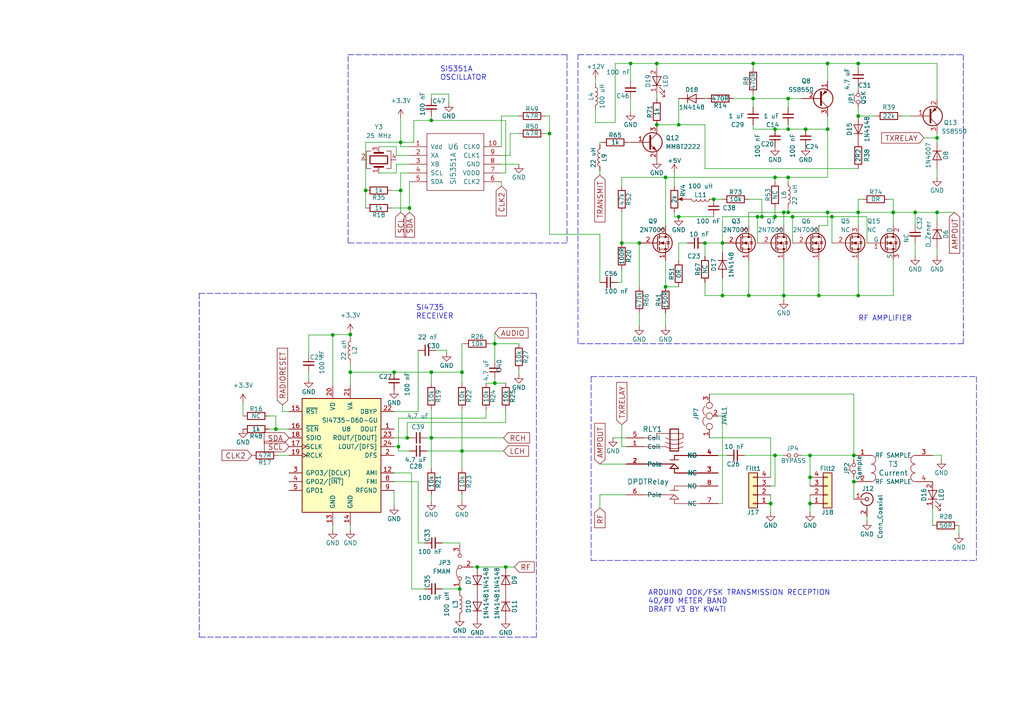
<source format=kicad_sch>
(kicad_sch (version 20211123) (generator eeschema)
  (paper "A4")
  (junction (at 237.49 85.725))
  (junction (at 265.43 61.595))
  (junction (at 133.35 170.815))
  (junction (at 182.88 18.415))
  (junction (at 207.01 57.785))
  (junction (at 196.85 36.195))
  (junction (at 218.44 28.575))
  (junction (at 229.87 62.865))
  (junction (at 209.55 70.485))
  (junction (at 118.11 127))
  (junction (at 143.51 99.695))
  (junction (at 271.78 40.005))
  (junction (at 101.6 97.028))
  (junction (at 114.3 107.95))
  (junction (at 116.205 55.245))
  (junction (at 133.985 107.95))
  (junction (at 248.92 33.655))
  (junction (at 224.79 37.465))
  (junction (at 218.44 18.415))
  (junction (at 204.47 70.485))
  (junction (at 80.01 124.46))
  (junction (at 228.6 51.435))
  (junction (at 96.52 97.155))
  (junction (at 228.6 37.465))
  (junction (at 224.79 51.435))
  (junction (at 138.43 164.465))
  (junction (at 224.79 62.865))
  (junction (at 185.42 70.485))
  (junction (at 227.33 61.595))
  (junction (at 193.04 51.435))
  (junction (at 248.92 18.415))
  (junction (at 115.57 129.54))
  (junction (at 228.6 61.595))
  (junction (at 118.745 60.325))
  (junction (at 190.5 36.195))
  (junction (at 190.5 18.415))
  (junction (at 125.095 107.95))
  (junction (at 259.08 61.595))
  (junction (at 133.985 130.81))
  (junction (at 227.33 85.725))
  (junction (at 219.71 62.865))
  (junction (at 247.65 139.7))
  (junction (at 240.03 61.595))
  (junction (at 247.65 132.08))
  (junction (at 240.03 18.415))
  (junction (at 159.385 38.735))
  (junction (at 125.095 127))
  (junction (at 220.98 62.865))
  (junction (at 234.95 132.08))
  (junction (at 240.03 37.465))
  (junction (at 196.85 62.865))
  (junction (at 271.78 61.595))
  (junction (at 125.095 34.925))
  (junction (at 146.685 164.465))
  (junction (at 209.55 85.725))
  (junction (at 234.95 146.05))
  (junction (at 217.17 85.725))
  (junction (at 233.68 37.465))
  (junction (at 116.205 41.275))
  (junction (at 234.95 138.43))
  (junction (at 106.045 55.245))
  (junction (at 228.6 28.575))
  (junction (at 143.51 111.125))
  (junction (at 223.52 146.05))
  (junction (at 101.6 107.95))
  (junction (at 180.34 70.485))
  (junction (at 248.92 61.595))
  (junction (at 193.04 83.185))
  (junction (at 224.79 132.08))
  (junction (at 241.3 62.865))
  (junction (at 248.92 85.725))
  (wire (pts (xy 248.92 57.785) (xy 248.92 61.595)))
  (wire (pts (xy 190.5 27.305) (xy 190.5 28.575)))
  (wire (pts (xy 195.58 61.595) (xy 195.58 62.865)))
  (wire (pts (xy 267.97 40.005) (xy 271.78 40.005)))
  (wire (pts (xy 101.6 96.52) (xy 101.6 97.028)))
  (wire (pts (xy 133.985 107.95) (xy 125.095 107.95)))
  (wire (pts (xy 114.3 129.54) (xy 115.57 129.54)))
  (wire (pts (xy 119.38 170.815) (xy 123.19 170.815)))
  (wire (pts (xy 96.52 97.155) (xy 96.52 97.028)))
  (wire (pts (xy 114.3 142.24) (xy 114.3 146.685)))
  (wire (pts (xy 227.33 85.725) (xy 237.49 85.725)))
  (wire (pts (xy 120.015 34.925) (xy 125.095 34.925)))
  (wire (pts (xy 140.97 111.125) (xy 143.51 111.125)))
  (wire (pts (xy 240.03 61.595) (xy 240.03 65.405)))
  (wire (pts (xy 116.205 50.165) (xy 118.745 50.165)))
  (wire (pts (xy 259.08 61.595) (xy 265.43 61.595)))
  (wire (pts (xy 70.485 116.84) (xy 70.485 120.65)))
  (wire (pts (xy 133.985 118.745) (xy 133.985 130.81)))
  (wire (pts (xy 217.17 61.595) (xy 227.33 61.595)))
  (polyline (pts (xy 100.965 70.485) (xy 100.965 15.875)))
  (wire (pts (xy 234.95 138.43) (xy 234.95 140.97)))
  (wire (pts (xy 278.13 154.94) (xy 278.13 152.4)))
  (wire (pts (xy 180.34 61.595) (xy 180.34 70.485)))
  (wire (pts (xy 220.98 57.785) (xy 217.17 57.785)))
  (wire (pts (xy 228.6 36.195) (xy 228.6 37.465)))
  (wire (pts (xy 180.34 129.54) (xy 181.61 129.54)))
  (wire (pts (xy 182.245 41.275) (xy 182.88 41.275)))
  (wire (pts (xy 223.52 140.97) (xy 224.79 140.97)))
  (wire (pts (xy 114.3 107.95) (xy 125.095 107.95)))
  (wire (pts (xy 209.55 70.485) (xy 209.55 73.025)))
  (wire (pts (xy 228.6 51.435) (xy 228.6 52.705)))
  (wire (pts (xy 248.92 24.765) (xy 248.92 26.035)))
  (wire (pts (xy 159.385 33.655) (xy 159.385 38.735)))
  (wire (pts (xy 130.175 27.305) (xy 125.095 27.305)))
  (wire (pts (xy 196.85 75.565) (xy 196.85 70.485)))
  (wire (pts (xy 248.92 33.655) (xy 254 33.655)))
  (wire (pts (xy 173.99 143.51) (xy 181.61 143.51)))
  (wire (pts (xy 89.535 102.87) (xy 89.535 97.155)))
  (wire (pts (xy 209.55 62.865) (xy 209.55 70.485)))
  (wire (pts (xy 80.01 124.46) (xy 83.82 124.46)))
  (wire (pts (xy 241.3 62.865) (xy 241.3 70.485)))
  (wire (pts (xy 125.095 127) (xy 125.095 135.89)))
  (wire (pts (xy 220.98 62.865) (xy 220.98 57.785)))
  (wire (pts (xy 240.03 65.405) (xy 237.49 65.405)))
  (wire (pts (xy 217.17 85.725) (xy 227.33 85.725)))
  (polyline (pts (xy 171.45 162.56) (xy 283.21 162.56)))
  (polyline (pts (xy 100.965 15.875) (xy 164.465 15.875)))
  (wire (pts (xy 172.72 22.86) (xy 172.72 24.13)))
  (wire (pts (xy 129.54 102.235) (xy 129.54 101.6)))
  (wire (pts (xy 185.42 70.485) (xy 185.42 83.185)))
  (wire (pts (xy 140.97 121.285) (xy 140.97 118.745)))
  (wire (pts (xy 146.685 50.165) (xy 145.415 50.165)))
  (wire (pts (xy 180.34 123.19) (xy 180.34 129.54)))
  (wire (pts (xy 180.34 78.105) (xy 180.34 81.915)))
  (wire (pts (xy 224.79 60.325) (xy 224.79 62.865)))
  (wire (pts (xy 247.65 139.7) (xy 247.65 144.78)))
  (wire (pts (xy 89.535 107.95) (xy 89.535 109.855)))
  (wire (pts (xy 182.88 28.575) (xy 182.88 32.385)))
  (wire (pts (xy 130.175 29.845) (xy 130.175 27.305)))
  (wire (pts (xy 147.955 38.735) (xy 147.955 45.085)))
  (wire (pts (xy 224.79 37.465) (xy 228.6 37.465)))
  (wire (pts (xy 180.34 51.435) (xy 180.34 53.975)))
  (wire (pts (xy 247.65 114.3) (xy 247.65 132.08)))
  (wire (pts (xy 106.045 41.275) (xy 116.205 41.275)))
  (wire (pts (xy 133.985 143.51) (xy 133.985 145.415)))
  (wire (pts (xy 118.11 122.555) (xy 146.685 122.555)))
  (wire (pts (xy 224.79 132.08) (xy 227.33 132.08)))
  (wire (pts (xy 123.19 157.48) (xy 121.285 157.48)))
  (wire (pts (xy 116.205 34.29) (xy 116.205 41.275)))
  (wire (pts (xy 146.05 130.81) (xy 133.985 130.81)))
  (wire (pts (xy 89.535 97.155) (xy 96.52 97.155)))
  (wire (pts (xy 180.34 81.915) (xy 179.07 81.915)))
  (wire (pts (xy 133.985 107.95) (xy 133.985 99.695)))
  (wire (pts (xy 234.95 132.08) (xy 234.95 138.43)))
  (wire (pts (xy 208.28 132.08) (xy 210.82 132.08)))
  (wire (pts (xy 251.46 62.865) (xy 251.46 70.485)))
  (wire (pts (xy 196.85 70.485) (xy 199.39 70.485)))
  (wire (pts (xy 145.415 45.085) (xy 147.955 45.085)))
  (wire (pts (xy 271.78 38.735) (xy 271.78 40.005)))
  (wire (pts (xy 205.74 127) (xy 223.52 127)))
  (polyline (pts (xy 164.465 70.485) (xy 100.965 70.485)))
  (wire (pts (xy 190.5 18.415) (xy 190.5 19.685)))
  (polyline (pts (xy 171.45 109.22) (xy 171.45 162.56)))
  (wire (pts (xy 271.78 18.415) (xy 271.78 28.575)))
  (wire (pts (xy 271.78 64.135) (xy 271.78 61.595)))
  (wire (pts (xy 219.71 62.865) (xy 220.98 62.865)))
  (wire (pts (xy 204.47 85.725) (xy 209.55 85.725)))
  (wire (pts (xy 150.495 47.625) (xy 145.415 47.625)))
  (wire (pts (xy 248.92 18.415) (xy 271.78 18.415)))
  (wire (pts (xy 212.725 28.575) (xy 218.44 28.575)))
  (polyline (pts (xy 155.575 85.09) (xy 155.575 184.785)))
  (wire (pts (xy 241.3 62.865) (xy 251.46 62.865)))
  (polyline (pts (xy 57.785 85.09) (xy 155.575 85.09)))
  (wire (pts (xy 121.285 139.7) (xy 114.3 139.7)))
  (wire (pts (xy 114.935 50.165) (xy 109.855 50.165)))
  (wire (pts (xy 223.52 127) (xy 223.52 138.43)))
  (wire (pts (xy 145.415 52.705) (xy 145.415 53.975)))
  (wire (pts (xy 125.095 118.745) (xy 125.095 127)))
  (wire (pts (xy 96.52 111.76) (xy 96.52 97.155)))
  (wire (pts (xy 271.78 48.895) (xy 271.78 51.435)))
  (wire (pts (xy 205.105 28.575) (xy 204.47 28.575)))
  (wire (pts (xy 133.985 99.695) (xy 134.62 99.695)))
  (wire (pts (xy 173.99 67.945) (xy 173.99 81.915)))
  (wire (pts (xy 173.99 134.62) (xy 181.61 134.62)))
  (wire (pts (xy 228.6 51.435) (xy 240.03 51.435)))
  (wire (pts (xy 193.04 94.615) (xy 193.04 90.805)))
  (wire (pts (xy 114.3 127) (xy 118.11 127)))
  (wire (pts (xy 271.78 74.295) (xy 271.78 71.755)))
  (wire (pts (xy 270.51 147.32) (xy 270.51 152.4)))
  (wire (pts (xy 195.58 62.865) (xy 196.85 62.865)))
  (wire (pts (xy 224.79 140.97) (xy 224.79 132.08)))
  (wire (pts (xy 133.985 130.81) (xy 133.985 135.89)))
  (wire (pts (xy 209.55 120.65) (xy 209.55 146.05)))
  (wire (pts (xy 218.44 18.415) (xy 240.03 18.415)))
  (wire (pts (xy 218.44 37.465) (xy 218.44 36.195)))
  (wire (pts (xy 118.11 127) (xy 118.745 127)))
  (wire (pts (xy 80.01 120.65) (xy 80.01 124.46)))
  (wire (pts (xy 215.9 132.08) (xy 224.79 132.08)))
  (wire (pts (xy 228.6 37.465) (xy 233.68 37.465)))
  (wire (pts (xy 193.04 83.185) (xy 196.85 83.185)))
  (wire (pts (xy 150.495 107.315) (xy 150.495 108.585)))
  (wire (pts (xy 195.58 50.165) (xy 195.58 53.975)))
  (wire (pts (xy 196.85 28.575) (xy 196.85 36.195)))
  (wire (pts (xy 118.745 47.625) (xy 114.935 47.625)))
  (wire (pts (xy 271.78 61.595) (xy 276.86 61.595)))
  (wire (pts (xy 228.6 28.575) (xy 232.41 28.575)))
  (wire (pts (xy 182.88 18.415) (xy 182.88 23.495)))
  (wire (pts (xy 116.205 50.165) (xy 116.205 55.245)))
  (wire (pts (xy 204.47 74.295) (xy 204.47 70.485)))
  (wire (pts (xy 223.52 143.51) (xy 223.52 146.05)))
  (wire (pts (xy 248.92 75.565) (xy 248.92 85.725)))
  (wire (pts (xy 172.72 31.75) (xy 172.72 35.56)))
  (wire (pts (xy 223.52 146.05) (xy 223.52 148.59)))
  (wire (pts (xy 248.92 61.595) (xy 248.92 65.405)))
  (wire (pts (xy 128.27 170.815) (xy 133.35 170.815)))
  (wire (pts (xy 120.015 41.275) (xy 120.015 34.925)))
  (wire (pts (xy 106.045 55.245) (xy 106.045 60.325)))
  (wire (pts (xy 116.205 55.245) (xy 113.665 55.245)))
  (wire (pts (xy 118.745 52.705) (xy 118.745 60.325)))
  (polyline (pts (xy 283.21 109.22) (xy 283.21 162.56)))
  (polyline (pts (xy 171.45 109.22) (xy 283.21 109.22)))
  (wire (pts (xy 209.55 85.725) (xy 217.17 85.725)))
  (wire (pts (xy 204.47 48.895) (xy 248.92 48.895)))
  (wire (pts (xy 265.43 61.595) (xy 271.78 61.595)))
  (wire (pts (xy 218.44 18.415) (xy 218.44 19.685)))
  (wire (pts (xy 251.46 151.13) (xy 251.46 149.86)))
  (wire (pts (xy 193.04 83.185) (xy 193.04 75.565)))
  (wire (pts (xy 115.57 129.54) (xy 115.57 121.285)))
  (wire (pts (xy 209.55 80.645) (xy 209.55 85.725)))
  (wire (pts (xy 237.49 85.725) (xy 248.92 85.725)))
  (wire (pts (xy 248.92 61.595) (xy 259.08 61.595)))
  (wire (pts (xy 133.35 157.48) (xy 133.35 158.115)))
  (wire (pts (xy 147.955 38.735) (xy 150.495 38.735)))
  (wire (pts (xy 125.095 143.51) (xy 125.095 145.415)))
  (wire (pts (xy 172.72 35.56) (xy 178.435 35.56)))
  (wire (pts (xy 118.745 60.325) (xy 113.665 60.325)))
  (polyline (pts (xy 164.465 15.875) (xy 164.465 70.485)))
  (wire (pts (xy 264.16 33.655) (xy 261.62 33.655)))
  (wire (pts (xy 81.915 119.38) (xy 83.82 119.38)))
  (wire (pts (xy 137.16 164.465) (xy 138.43 164.465)))
  (wire (pts (xy 228.6 61.595) (xy 240.03 61.595)))
  (polyline (pts (xy 167.64 15.875) (xy 279.4 15.875)))
  (wire (pts (xy 96.52 152.4) (xy 96.52 153.67)))
  (wire (pts (xy 114.935 45.085) (xy 114.935 42.545)))
  (wire (pts (xy 125.095 127) (xy 146.05 127)))
  (wire (pts (xy 146.685 34.925) (xy 146.685 50.165)))
  (wire (pts (xy 250.19 57.785) (xy 248.92 57.785)))
  (wire (pts (xy 180.34 70.485) (xy 185.42 70.485)))
  (wire (pts (xy 145.415 33.655) (xy 150.495 33.655)))
  (wire (pts (xy 240.03 51.435) (xy 240.03 37.465)))
  (wire (pts (xy 125.095 107.95) (xy 125.095 111.125)))
  (wire (pts (xy 115.57 121.285) (xy 140.97 121.285)))
  (wire (pts (xy 217.17 65.405) (xy 217.17 61.595)))
  (wire (pts (xy 143.51 99.695) (xy 150.495 99.695)))
  (wire (pts (xy 121.285 157.48) (xy 121.285 139.7)))
  (wire (pts (xy 196.85 62.865) (xy 207.01 62.865)))
  (wire (pts (xy 207.01 57.785) (xy 209.55 57.785)))
  (wire (pts (xy 265.43 74.295) (xy 265.43 70.485)))
  (wire (pts (xy 143.51 96.52) (xy 143.51 99.695)))
  (wire (pts (xy 114.935 47.625) (xy 114.935 50.165)))
  (wire (pts (xy 101.6 97.028) (xy 101.6 97.79)))
  (wire (pts (xy 229.87 62.865) (xy 241.3 62.865)))
  (wire (pts (xy 219.71 70.485) (xy 219.71 62.865)))
  (wire (pts (xy 257.81 57.785) (xy 259.08 57.785)))
  (wire (pts (xy 217.17 75.565) (xy 217.17 85.725)))
  (wire (pts (xy 259.08 61.595) (xy 259.08 65.405)))
  (wire (pts (xy 114.935 42.545) (xy 109.855 42.545)))
  (wire (pts (xy 133.985 111.125) (xy 133.985 107.95)))
  (wire (pts (xy 101.6 107.95) (xy 101.6 111.76)))
  (polyline (pts (xy 57.785 85.09) (xy 57.785 184.785)))
  (wire (pts (xy 218.44 31.115) (xy 218.44 28.575)))
  (wire (pts (xy 220.98 62.865) (xy 224.79 62.865)))
  (wire (pts (xy 173.99 41.91) (xy 173.99 41.275)))
  (polyline (pts (xy 155.575 184.785) (xy 57.785 184.785)))
  (wire (pts (xy 224.79 51.435) (xy 224.79 52.705)))
  (wire (pts (xy 196.85 36.195) (xy 204.47 36.195)))
  (wire (pts (xy 119.38 170.815) (xy 119.38 137.16)))
  (wire (pts (xy 259.08 57.785) (xy 259.08 61.595)))
  (wire (pts (xy 240.03 18.415) (xy 248.92 18.415)))
  (wire (pts (xy 193.04 51.435) (xy 224.79 51.435)))
  (wire (pts (xy 118.745 45.085) (xy 114.935 45.085)))
  (wire (pts (xy 232.41 132.08) (xy 234.95 132.08)))
  (wire (pts (xy 182.88 18.415) (xy 190.5 18.415)))
  (wire (pts (xy 121.285 101.6) (xy 121.285 119.38)))
  (wire (pts (xy 185.42 94.615) (xy 185.42 90.805)))
  (wire (pts (xy 190.5 36.195) (xy 196.85 36.195)))
  (wire (pts (xy 116.205 42.545) (xy 118.745 42.545)))
  (wire (pts (xy 218.44 28.575) (xy 228.6 28.575)))
  (wire (pts (xy 145.415 42.545) (xy 145.415 33.655)))
  (wire (pts (xy 119.38 137.16) (xy 114.3 137.16)))
  (wire (pts (xy 224.79 51.435) (xy 228.6 51.435)))
  (wire (pts (xy 205.74 114.3) (xy 247.65 114.3)))
  (wire (pts (xy 204.47 36.195) (xy 204.47 48.895)))
  (wire (pts (xy 209.55 146.05) (xy 208.28 146.05)))
  (wire (pts (xy 240.03 61.595) (xy 248.92 61.595)))
  (wire (pts (xy 227.33 65.405) (xy 227.33 61.595)))
  (wire (pts (xy 240.03 18.415) (xy 240.03 23.495)))
  (wire (pts (xy 224.79 37.465) (xy 218.44 37.465)))
  (wire (pts (xy 265.43 65.405) (xy 265.43 61.595)))
  (wire (pts (xy 273.05 132.08) (xy 270.51 132.08)))
  (wire (pts (xy 228.6 28.575) (xy 228.6 31.115)))
  (wire (pts (xy 81.915 117.475) (xy 81.915 119.38)))
  (wire (pts (xy 173.99 143.51) (xy 173.99 147.32)))
  (wire (pts (xy 106.045 41.275) (xy 106.045 55.245)))
  (wire (pts (xy 233.68 37.465) (xy 240.03 37.465)))
  (wire (pts (xy 234.95 132.08) (xy 247.65 132.08)))
  (wire (pts (xy 125.095 34.925) (xy 146.685 34.925)))
  (wire (pts (xy 101.6 105.41) (xy 101.6 107.95)))
  (wire (pts (xy 115.57 130.81) (xy 115.57 129.54)))
  (wire (pts (xy 80.645 132.08) (xy 83.82 132.08)))
  (wire (pts (xy 96.52 97.028) (xy 101.6 97.028)))
  (wire (pts (xy 218.44 27.305) (xy 218.44 28.575)))
  (polyline (pts (xy 167.64 99.695) (xy 167.64 15.875)))
  (wire (pts (xy 123.825 130.81) (xy 133.985 130.81)))
  (wire (pts (xy 78.105 120.65) (xy 80.01 120.65)))
  (wire (pts (xy 247.65 132.08) (xy 247.65 133.35)))
  (wire (pts (xy 271.78 40.005) (xy 271.78 41.275)))
  (wire (pts (xy 209.55 62.865) (xy 219.71 62.865)))
  (wire (pts (xy 227.33 85.725) (xy 227.33 86.995)))
  (wire (pts (xy 227.33 61.595) (xy 228.6 61.595)))
  (polyline (pts (xy 279.4 15.875) (xy 279.4 99.695)))
  (polyline (pts (xy 279.4 99.695) (xy 167.64 99.695)))
  (wire (pts (xy 273.05 133.35) (xy 273.05 132.08)))
  (wire (pts (xy 158.115 33.655) (xy 159.385 33.655)))
  (wire (pts (xy 123.825 127) (xy 125.095 127)))
  (wire (pts (xy 159.385 38.735) (xy 159.385 67.945)))
  (wire (pts (xy 143.51 99.695) (xy 143.51 104.775)))
  (wire (pts (xy 248.92 31.115) (xy 248.92 33.655)))
  (wire (pts (xy 125.095 27.305) (xy 125.095 28.575)))
  (wire (pts (xy 237.49 75.565) (xy 237.49 85.725)))
  (wire (pts (xy 229.87 62.865) (xy 229.87 70.485)))
  (wire (pts (xy 224.79 62.865) (xy 229.87 62.865)))
  (wire (pts (xy 227.33 75.565) (xy 227.33 85.725)))
  (wire (pts (xy 248.92 19.685) (xy 248.92 18.415)))
  (wire (pts (xy 259.08 85.725) (xy 259.08 75.565)))
  (wire (pts (xy 128.27 157.48) (xy 133.35 157.48)))
  (wire (pts (xy 159.385 67.945) (xy 173.99 67.945)))
  (wire (pts (xy 178.435 35.56) (xy 178.435 18.415)))
  (wire (pts (xy 116.205 41.275) (xy 116.205 42.545)))
  (wire (pts (xy 178.435 18.415) (xy 182.88 18.415)))
  (wire (pts (xy 240.03 37.465) (xy 240.03 33.655)))
  (wire (pts (xy 143.51 109.855) (xy 143.51 111.125)))
  (wire (pts (xy 116.205 41.275) (xy 120.015 41.275)))
  (wire (pts (xy 193.04 51.435) (xy 193.04 65.405)))
  (wire (pts (xy 129.54 101.6) (xy 126.365 101.6)))
  (wire (pts (xy 101.6 107.95) (xy 114.3 107.95)))
  (wire (pts (xy 116.205 55.245) (xy 116.205 61.595)))
  (wire (pts (xy 146.685 164.465) (xy 149.225 164.465)))
  (wire (pts (xy 180.34 51.435) (xy 193.04 51.435)))
  (wire (pts (xy 173.99 49.53) (xy 173.99 50.8)))
  (wire (pts (xy 78.105 124.46) (xy 80.01 124.46)))
  (wire (pts (xy 118.11 127) (xy 118.11 122.555)))
  (wire (pts (xy 209.55 120.65) (xy 208.28 120.65)))
  (wire (pts (xy 142.24 99.695) (xy 143.51 99.695)))
  (wire (pts (xy 248.92 85.725) (xy 259.08 85.725)))
  (wire (pts (xy 204.47 70.485) (xy 209.55 70.485)))
  (wire (pts (xy 118.745 60.325) (xy 118.745 61.595)))
  (wire (pts (xy 234.95 143.51) (xy 234.95 146.05)))
  (wire (pts (xy 181.61 127) (xy 177.8 127)))
  (wire (pts (xy 228.6 60.325) (xy 228.6 61.595)))
  (wire (pts (xy 101.6 152.4) (xy 101.6 153.67)))
  (wire (pts (xy 159.385 38.735) (xy 158.115 38.735)))
  (wire (pts (xy 118.745 130.81) (xy 115.57 130.81)))
  (wire (pts (xy 125.095 34.925) (xy 125.095 33.655)))
  (wire (pts (xy 204.47 81.915) (xy 204.47 85.725)))
  (wire (pts (xy 234.95 146.05) (xy 234.95 148.59)))
  (wire (pts (xy 146.685 122.555) (xy 146.685 118.745)))
  (wire (pts (xy 138.43 164.465) (xy 146.685 164.465)))
  (wire (pts (xy 114.3 119.38) (xy 121.285 119.38)))
  (wire (pts (xy 173.99 41.275) (xy 174.625 41.275)))
  (wire (pts (xy 190.5 18.415) (xy 218.44 18.415)))
  (wire (pts (xy 247.65 138.43) (xy 247.65 139.7)))
  (wire (pts (xy 133.35 170.815) (xy 133.35 171.45)))
  (wire (pts (xy 143.51 111.125) (xy 146.685 111.125)))
  (text "SI4735\nRECEIVER" (at 120.65 92.71 0) (effects (font (size 1.524 1.524)) (justify left bottom)))
  (text "ARDUINO OOK/FSK TRANSMISSION RECEPTION\n40/80 METER BAND\nDRAFT V3 BY KW4TI" (at 187.96 177.8 0) (effects (font (size 1.524 1.524)) (justify left bottom)))
  (text "SI5351A\nOSCILLATOR" (at 127.635 23.495 0) (effects (font (size 1.524 1.524)) (justify left bottom)))
  (text "RF AMPLIFIER" (at 248.92 93.345 0) (effects (font (size 1.524 1.524)) (justify left bottom)))
  (global_label "AMPOUT" (shape input) (at 173.99 134.62 90) (effects (font (size 1.524 1.524))) (property "Intersheet References" "${INTERSHEET_REFS}" (effects hide)))
  (global_label "RF" (shape input) (at 149.225 164.465 0) (effects (font (size 1.524 1.524))) (property "Intersheet References" "${INTERSHEET_REFS}" (effects hide)))
  (global_label "TXRELAY" (shape input) (at 180.34 123.19 90) (effects (font (size 1.524 1.524))) (property "Intersheet References" "${INTERSHEET_REFS}" (effects hide)))
  (global_label "CLK2" (shape input) (at 145.415 53.975 270) (effects (font (size 1.524 1.524))) (property "Intersheet References" "${INTERSHEET_REFS}" (effects hide)))
  (global_label "RF" (shape input) (at 173.99 147.32 270) (effects (font (size 1.524 1.524))) (property "Intersheet References" "${INTERSHEET_REFS}" (effects hide)))
  (global_label "SDA" (shape input) (at 118.745 61.595 270) (effects (font (size 1.524 1.524))) (property "Intersheet References" "${INTERSHEET_REFS}" (effects hide)))
  (global_label "SCL" (shape input) (at 83.82 129.54 180) (effects (font (size 1.524 1.524))) (property "Intersheet References" "${INTERSHEET_REFS}" (effects hide)))
  (global_label "SDA" (shape input) (at 83.82 127 180) (effects (font (size 1.524 1.524))) (property "Intersheet References" "${INTERSHEET_REFS}" (effects hide)))
  (global_label "AUDIO" (shape input) (at 143.51 96.52 0) (effects (font (size 1.524 1.524))) (property "Intersheet References" "${INTERSHEET_REFS}" (effects hide)))
  (global_label "LCH" (shape input) (at 146.05 130.81 0) (effects (font (size 1.524 1.524))) (property "Intersheet References" "${INTERSHEET_REFS}" (effects hide)))
  (global_label "AMPOUT" (shape input) (at 276.86 61.595 270) (effects (font (size 1.524 1.524))) (property "Intersheet References" "${INTERSHEET_REFS}" (effects hide)))
  (global_label "SCL" (shape input) (at 116.205 61.595 270) (effects (font (size 1.524 1.524))) (property "Intersheet References" "${INTERSHEET_REFS}" (effects hide)))
  (global_label "CLK2" (shape input) (at 73.025 132.08 180) (effects (font (size 1.524 1.524))) (property "Intersheet References" "${INTERSHEET_REFS}" (effects hide)))
  (global_label "RCH" (shape input) (at 146.05 127 0) (effects (font (size 1.524 1.524))) (property "Intersheet References" "${INTERSHEET_REFS}" (effects hide)))
  (global_label "RADIORESET" (shape input) (at 81.915 117.475 90) (effects (font (size 1.524 1.524))) (property "Intersheet References" "${INTERSHEET_REFS}" (effects hide)))
  (global_label "TXRELAY" (shape input) (at 267.97 40.005 180) (effects (font (size 1.524 1.524))) (property "Intersheet References" "${INTERSHEET_REFS}" (effects hide)))
  (global_label "TRANSMIT" (shape input) (at 173.99 50.8 270) (effects (font (size 1.524 1.524))) (property "Intersheet References" "${INTERSHEET_REFS}" (effects hide)))
  (symbol (lib_id "LittleDX-rescue:+12V") (at 172.72 22.86 0) (unit 1)
    (property "Reference" "#PWR054" (effects hide))
    (property "Value" "+12V" (at 172.72 19.304 0))
  )
  (symbol (lib_id "LittleDX-rescue:C_Small") (at 224.79 40.005 180) (unit 1)
    (property "Reference" "C20" (at 224.536 41.783 0) (effects (justify left)))
    (property "Value" "100 nF" (at 219.71 38.735 90) (effects (justify left)))
    (property "Footprint" "Capacitor_SMD:C_0805_2012Metric_Pad1.18x1.45mm_HandSolder" (effects hide))
    (property "LCSC" "C49678" (effects hide))
  )
  (symbol (lib_id "LittleDX-rescue:C_Small") (at 201.93 70.485 90) (unit 1)
    (property "Reference" "C23" (at 203.2 74.295 90) (effects (justify left)))
    (property "Value" "10 nF" (at 205.74 67.945 90) (effects (justify left)))
    (property "Footprint" "Capacitor_SMD:C_0805_2012Metric_Pad1.18x1.45mm_HandSolder" (effects hide))
    (property "LCSC" "C1710" (effects hide))
  )
  (symbol (lib_id "LittleDX-rescue:C_Small") (at 213.36 132.08 90) (unit 1)
    (property "Reference" "C26" (at 214.63 134.62 90) (effects (justify left)))
    (property "Value" "10 nF" (at 215.9 129.54 90) (effects (justify left)))
    (property "Footprint" "Capacitor_SMD:C_0805_2012Metric_Pad1.18x1.45mm_HandSolder" (effects hide))
    (property "LCSC" "C1710" (effects hide))
  )
  (symbol (lib_id "LittleDX-rescue:R") (at 218.44 23.495 180) (unit 1)
    (property "Reference" "R8" (at 216.408 23.495 90))
    (property "Value" "470R" (at 218.44 23.495 90))
    (property "Footprint" "Resistor_SMD:R_0805_2012Metric_Pad1.20x1.40mm_HandSolder" (effects hide))
    (property "LCSC" "C17710" (effects hide))
  )
  (symbol (lib_id "LittleDX-rescue:R") (at 208.915 28.575 270) (unit 1)
    (property "Reference" "R14" (at 208.915 30.607 90))
    (property "Value" "470R" (at 208.915 28.575 90))
    (property "Footprint" "Resistor_SMD:R_0805_2012Metric_Pad1.20x1.40mm_HandSolder" (effects hide))
    (property "LCSC" "C17710" (effects hide))
  )
  (symbol (lib_id "LittleDX-rescue:L") (at 228.6 56.515 0) (unit 1)
    (property "Reference" "L6" (at 227.33 56.515 90))
    (property "Value" "22 uH" (at 230.505 56.515 90))
    (property "Footprint" "LittleDX:SmallVerticalToroid" (effects hide))
  )
  (symbol (lib_id "LittleDX-rescue:C_Small") (at 233.68 40.005 180) (unit 1)
    (property "Reference" "C24" (at 237.49 42.545 0) (effects (justify left)))
    (property "Value" "100 nF" (at 229.87 38.735 90) (effects (justify left)))
    (property "Footprint" "Capacitor_SMD:C_0805_2012Metric_Pad1.18x1.45mm_HandSolder" (effects hide))
    (property "LCSC" "C49678" (effects hide))
  )
  (symbol (lib_id "LittleDX-rescue:GND") (at 227.33 86.995 0) (unit 1)
    (property "Reference" "#PWR058" (effects hide))
    (property "Value" "GND" (at 227.33 90.805 0))
  )
  (symbol (lib_id "LittleDX-rescue:L") (at 172.72 27.94 0) (unit 1)
    (property "Reference" "L4" (at 171.45 27.94 90))
    (property "Value" "100 uH" (at 174.625 27.94 90))
    (property "Footprint" "LittleDX:SmallVerticalToroid" (effects hide))
  )
  (symbol (lib_id "LittleDX-rescue:L") (at 173.99 45.72 180) (unit 1)
    (property "Reference" "L9" (at 175.26 45.72 90))
    (property "Value" "22 uH" (at 172.085 45.72 90))
    (property "Footprint" "Inductor_SMD:L_0805_2012Metric_Pad1.15x1.40mm_HandSolder" (effects hide))
    (property "LCSC" "C32375" (effects hide))
  )
  (symbol (lib_id "si5351a:SI5351A") (at 130.175 43.815 0) (unit 1)
    (property "Reference" "U6" (at 131.445 42.545 0) (effects (font (size 1.524 1.524))))
    (property "Value" "SI5351A" (at 131.445 48.895 90) (effects (font (size 1.524 1.524))))
    (property "Footprint" "Housings_SSOP:MSOP-10_3x3mm_Pitch0.5mm" (effects hide))
    (property "LCSC" "C5451727" (effects hide))
  )
  (symbol (lib_id "LittleDX-rescue:C_Small") (at 125.095 31.115 0) (unit 1)
    (property "Reference" "C47" (at 125.349 29.337 0) (effects (justify left)))
    (property "Value" "100 nF" (at 122.555 33.655 90) (effects (justify left)))
    (property "Footprint" "Capacitor_SMD:C_0805_2012Metric_Pad1.18x1.45mm_HandSolder" (effects hide))
    (property "LCSC" "C49678" (effects hide))
  )
  (symbol (lib_id "LittleDX-rescue:GND") (at 130.175 29.845 0) (unit 1)
    (property "Reference" "#PWR068" (effects hide))
    (property "Value" "GND" (at 130.175 33.655 0))
  )
  (symbol (lib_id "LittleDX-rescue:R") (at 109.855 55.245 270) (unit 1)
    (property "Reference" "R35" (at 109.855 57.277 90))
    (property "Value" "1k" (at 109.855 55.245 90))
    (property "Footprint" "Resistor_SMD:R_0805_2012Metric_Pad1.20x1.40mm_HandSolder" (effects hide))
    (property "LCSC" "C17513" (effects hide))
  )
  (symbol (lib_id "LittleDX-rescue:R") (at 74.295 124.46 270) (unit 1)
    (property "Reference" "R48" (at 74.295 126.492 90))
    (property "Value" "1k" (at 74.295 124.46 90))
    (property "Footprint" "Resistor_SMD:R_0805_2012Metric_Pad1.20x1.40mm_HandSolder" (effects hide))
    (property "LCSC" "C17513" (effects hide))
  )
  (symbol (lib_id "LittleDX-rescue:R") (at 154.305 33.655 90) (unit 1)
    (property "Reference" "R49" (at 154.305 31.623 90))
    (property "Value" "47R" (at 154.305 33.655 90))
    (property "Footprint" "Resistor_SMD:R_0805_2012Metric_Pad1.20x1.40mm_HandSolder" (effects hide))
    (property "LCSC" "C17714" (effects hide))
  )
  (symbol (lib_id "LittleDX-rescue:R") (at 154.305 38.735 90) (unit 1)
    (property "Reference" "R50" (at 154.305 36.703 90))
    (property "Value" "47R" (at 154.305 38.735 90))
    (property "Footprint" "Resistor_SMD:R_0805_2012Metric_Pad1.20x1.40mm_HandSolder" (effects hide))
    (property "LCSC" "C17714" (effects hide))
  )
  (symbol (lib_id "LittleDX-rescue:Conn_Coaxial") (at 251.46 144.78 0) (unit 1)
    (property "Reference" "J12" (at 251.714 141.732 0))
    (property "Value" "Conn_Coaxial" (at 255.27 149.86 90))
    (property "Footprint" "LittleDX:bnc_90_1-1337543-0_pad_combo" (effects hide))
  )
  (symbol (lib_id "relay:DPDTRelay") (at 195.58 132.08 0) (mirror x) (unit 1)
    (property "Reference" "RLY1" (at 189.23 124.46 0) (effects (font (size 1.524 1.524))))
    (property "Value" "DPDTRelay" (at 187.96 139.7 0) (effects (font (size 1.524 1.524))))
    (property "Footprint" "LittleDX:G2VRelay" (effects hide))
  )
  (symbol (lib_id "LittleDX-rescue:D") (at 271.78 45.085 270) (unit 1)
    (property "Reference" "D8" (at 274.32 45.085 0))
    (property "Value" "1N4007" (at 269.24 45.085 0))
    (property "Footprint" "Diode_SMD:D_SMA_Handsoldering" (effects hide))
    (property "LCSC" "C95872" (effects hide))
  )
  (symbol (lib_id "LittleDX-rescue:R") (at 257.81 33.655 270) (unit 1)
    (property "Reference" "R39" (at 257.81 31.115 90))
    (property "Value" "22k" (at 257.81 33.655 90))
    (property "Footprint" "Resistor_SMD:R_0805_2012Metric_Pad1.20x1.40mm_HandSolder" (effects hide))
    (property "LCSC" "C17560" (effects hide))
  )
  (symbol (lib_id "LittleDX-rescue:R") (at 248.92 45.085 180) (unit 1)
    (property "Reference" "R38" (at 251.46 45.085 90))
    (property "Value" "2R2" (at 248.92 45.085 90))
    (property "Footprint" "Resistor_SMD:R_0805_2012Metric_Pad1.20x1.40mm_HandSolder" (effects hide))
    (property "LCSC" "C17521" (effects hide))
  )
  (symbol (lib_id "LittleDX-rescue:D") (at 248.92 37.465 90) (unit 1)
    (property "Reference" "D15" (at 246.38 37.465 0))
    (property "Value" "1N4148" (at 251.46 37.465 0))
    (property "Footprint" "Diode_SMD:D_SOD-123" (effects hide))
    (property "LCSC" "C81598" (effects hide))
  )
  (symbol (lib_id "LittleDX-rescue:Jumper_NC_Small") (at 248.92 28.575 90) (unit 1)
    (property "Reference" "JP1" (at 246.888 28.575 0))
    (property "Value" "QSK" (at 250.444 28.321 0))
    (property "Footprint" "Pin_Headers:Pin_Header_Straight_1x02_Pitch2.54mm" (effects hide))
  )
  (symbol (lib_id "SamplingTransformer:Current") (at 257.81 135.89 0) (unit 1)
    (property "Reference" "T3" (at 259.08 134.62 0) (effects (font (size 1.524 1.524))))
    (property "Value" "Current" (at 259.08 137.16 0) (effects (font (size 1.524 1.524))))
    (property "Footprint" "LittleDX:SamplingTransformer" (effects hide))
  )
  (symbol (lib_id "LittleDX-rescue:Jumper_NC_Small") (at 247.65 135.89 90) (unit 1)
    (property "Reference" "JP2" (at 245.618 135.89 0))
    (property "Value" "Sample" (at 249.174 135.636 0))
    (property "Footprint" "Pin_Headers:Pin_Header_Straight_1x02_Pitch2.54mm" (effects hide))
  )
  (symbol (lib_id "LittleDX-rescue:R") (at 274.32 152.4 90) (mirror x) (unit 1)
    (property "Reference" "R28" (at 274.32 149.86 90))
    (property "Value" "50R" (at 274.32 152.4 90))
    (property "Footprint" "Resistor_SMD:R_0805_2012Metric_Pad1.20x1.40mm_HandSolder" (effects hide))
    (property "LCSC" "C17720" (effects hide))
  )
  (symbol (lib_id "LittleDX-rescue:LED") (at 270.51 143.51 90) (unit 1)
    (property "Reference" "D16" (at 267.97 143.51 0))
    (property "Value" "LED" (at 273.05 143.51 0))
    (property "Footprint" "LED_SMD:LED_0805_2012Metric_Pad1.15x1.40mm_HandSolder" (effects hide))
    (property "LCSC" "C2296" (effects hide))
  )
  (symbol (lib_id "LittleDX-rescue:GND") (at 177.8 127 0) (unit 1)
    (property "Reference" "#PWR072" (effects hide))
    (property "Value" "GND" (at 177.8 130.81 0))
  )
  (symbol (lib_id "LittleDX-rescue:D") (at 209.55 76.835 270) (unit 1)
    (property "Reference" "D17" (at 207.01 76.835 0))
    (property "Value" "1N4148" (at 212.09 76.835 0))
    (property "Footprint" "Diode_SMD:D_SOD-123" (effects hide))
    (property "LCSC" "C81598" (effects hide))
  )
  (symbol (lib_id "LittleDX-rescue:R") (at 180.34 74.295 0) (unit 1)
    (property "Reference" "R20" (at 182.372 74.295 90))
    (property "Value" "100R" (at 180.34 74.295 90))
    (property "Footprint" "Resistor_SMD:R_0805_2012Metric_Pad1.20x1.40mm_HandSolder" (effects hide))
    (property "LCSC" "C17408" (effects hide))
  )
  (symbol (lib_id "LittleDX-rescue:R") (at 193.04 86.995 180) (unit 1)
    (property "Reference" "R41" (at 191.008 86.995 90))
    (property "Value" "150R" (at 193.04 86.995 90))
    (property "Footprint" "Resistors_THT:R_Axial_DIN0309_L9.0mm_D3.2mm_P12.70mm_Horizontal" (effects hide))
  )
  (symbol (lib_id "LittleDX-rescue:GND") (at 193.04 94.615 0) (unit 1)
    (property "Reference" "#PWR073" (effects hide))
    (property "Value" "GND" (at 193.04 98.425 0))
  )
  (symbol (lib_id "LittleDX-rescue:C_Small") (at 182.88 26.035 180) (unit 1)
    (property "Reference" "C46" (at 182.626 27.813 0) (effects (justify left)))
    (property "Value" "100 nF" (at 182.88 20.955 0) (effects (justify left)))
    (property "Footprint" "Capacitor_SMD:C_0805_2012Metric_Pad1.18x1.45mm_HandSolder" (effects hide))
    (property "LCSC" "C49678" (effects hide))
  )
  (symbol (lib_id "LittleDX-rescue:R") (at 180.34 57.785 0) (unit 1)
    (property "Reference" "R52" (at 182.372 57.785 90))
    (property "Value" "47k" (at 180.34 57.785 90))
    (property "Footprint" "Resistor_SMD:R_0805_2012Metric_Pad1.20x1.40mm_HandSolder" (effects hide))
    (property "LCSC" "C17713" (effects hide))
  )
  (symbol (lib_id "LittleDX-rescue:R") (at 224.79 56.515 180) (unit 1)
    (property "Reference" "R53" (at 222.758 56.515 90))
    (property "Value" "NC" (at 224.79 56.515 90))
    (property "Footprint" "Resistor_SMD:R_0805_2012Metric_Pad1.20x1.40mm_HandSolder" (effects hide))
  )
  (symbol (lib_id "LittleDX-rescue:R") (at 196.85 79.375 180) (unit 1)
    (property "Reference" "R51" (at 194.818 79.375 90))
    (property "Value" "0R" (at 196.85 79.375 90))
    (property "Footprint" "Resistor_SMD:R_0805_2012Metric_Pad1.20x1.40mm_HandSolder" (effects hide))
    (property "LCSC" "C17477" (effects hide))
  )
  (symbol (lib_id "LittleDX-rescue:R") (at 204.47 78.105 180) (unit 1)
    (property "Reference" "R67" (at 202.438 78.105 90))
    (property "Value" "NC" (at 204.47 78.105 90))
    (property "Footprint" "Resistor_SMD:R_0805_2012Metric_Pad1.20x1.40mm_HandSolder" (effects hide))
  )
  (symbol (lib_id "LittleDX-rescue:GND") (at 233.68 42.545 0) (unit 1)
    (property "Reference" "#PWR076" (effects hide))
    (property "Value" "GND" (at 233.68 46.355 0))
  )
  (symbol (lib_id "LittleDX-rescue:GND") (at 190.5 46.355 0) (unit 1)
    (property "Reference" "#PWR077" (effects hide))
    (property "Value" "GND" (at 190.5 50.165 0))
  )
  (symbol (lib_id "LittleDX-rescue:R") (at 178.435 41.275 90) (unit 1)
    (property "Reference" "R65" (at 178.435 39.243 90))
    (property "Value" "1k" (at 178.435 41.275 90))
    (property "Footprint" "Resistor_SMD:R_0805_2012Metric_Pad1.20x1.40mm_HandSolder" (effects hide))
    (property "LCSC" "C17513" (effects hide))
  )
  (symbol (lib_id "LittleDX-rescue:GND") (at 271.78 51.435 0) (unit 1)
    (property "Reference" "#PWR078" (effects hide))
    (property "Value" "GND" (at 271.78 55.245 0))
  )
  (symbol (lib_id "LittleDX-rescue:C_Small") (at 176.53 81.915 270) (unit 1)
    (property "Reference" "C56" (at 175.26 79.375 90) (effects (justify left)))
    (property "Value" "100 nF" (at 175.26 84.455 90) (effects (justify left)))
    (property "Footprint" "Capacitor_SMD:C_0805_2012Metric_Pad1.18x1.45mm_HandSolder" (effects hide))
    (property "LCSC" "C49678" (effects hide))
  )
  (symbol (lib_id "LittleDX-rescue:R") (at 185.42 86.995 0) (unit 1)
    (property "Reference" "R66" (at 187.452 86.995 90))
    (property "Value" "470k" (at 185.42 86.995 90))
    (property "Footprint" "Resistor_SMD:R_0805_2012Metric_Pad1.20x1.40mm_HandSolder" (effects hide))
    (property "LCSC" "C17709" (effects hide))
  )
  (symbol (lib_id "LittleDX-rescue:GND") (at 185.42 94.615 0) (unit 1)
    (property "Reference" "#PWR082" (effects hide))
    (property "Value" "GND" (at 185.42 98.425 0))
  )
  (symbol (lib_id "LittleDX-rescue:GND") (at 251.46 151.13 0) (unit 1)
    (property "Reference" "#PWR083" (effects hide))
    (property "Value" "GND" (at 251.46 154.94 0))
  )
  (symbol (lib_id "LittleDX-rescue:GND") (at 273.05 133.35 0) (unit 1)
    (property "Reference" "#PWR084" (effects hide))
    (property "Value" "GND" (at 273.05 137.16 0))
  )
  (symbol (lib_id "LittleDX-rescue:GND") (at 278.13 154.94 0) (unit 1)
    (property "Reference" "#PWR085" (effects hide))
    (property "Value" "GND" (at 278.13 158.75 0))
  )
  (symbol (lib_id "LittleDX-rescue:R") (at 190.5 32.385 180) (unit 1)
    (property "Reference" "R71" (at 188.468 32.385 90))
    (property "Value" "1k" (at 190.5 32.385 90))
    (property "Footprint" "Resistor_SMD:R_0805_2012Metric_Pad1.20x1.40mm_HandSolder" (effects hide))
    (property "LCSC" "C17513" (effects hide))
  )
  (symbol (lib_id "LittleDX-rescue:LED") (at 190.5 23.495 90) (unit 1)
    (property "Reference" "D19" (at 187.96 23.495 0))
    (property "Value" "LED" (at 193.04 23.495 0))
    (property "Footprint" "LED_SMD:LED_0805_2012Metric_Pad1.15x1.40mm_HandSolder" (effects hide))
    (property "LCSC" "C2296" (effects hide))
  )
  (symbol (lib_id "LittleDX-rescue:C_Small") (at 265.43 67.945 0) (unit 1)
    (property "Reference" "C32" (at 266.7 66.675 90) (effects (justify left)))
    (property "Value" "NC" (at 262.89 70.485 90) (effects (justify left)))
    (property "Footprint" "Capacitor_SMD:C_0805_2012Metric_Pad1.18x1.45mm_HandSolder" (effects hide))
  )
  (symbol (lib_id "LittleDX-rescue:GND") (at 265.43 74.295 0) (unit 1)
    (property "Reference" "#PWR095" (effects hide))
    (property "Value" "GND" (at 265.43 78.105 0))
  )
  (symbol (lib_id "LittleDX-rescue:Jumper_NC_Dual") (at 205.74 120.65 90) (unit 1)
    (property "Reference" "JP7" (at 201.93 121.92 0) (effects (justify left)))
    (property "Value" "JVAL1" (at 210.82 120.65 0) (effects (justify bottom)))
    (property "Footprint" "Pin_Headers:Pin_Header_Straight_1x03_Pitch2.54mm" (effects hide))
  )
  (symbol (lib_id "LittleDX-rescue:D") (at 200.66 28.575 0) (unit 1)
    (property "Reference" "D18" (at 200.66 26.035 0))
    (property "Value" "1N4148" (at 200.66 31.115 0))
    (property "Footprint" "Diode_SMD:D_SOD-123" (effects hide))
    (property "LCSC" "C81598" (effects hide))
  )
  (symbol (lib_id "LittleDX-rescue:GND") (at 224.79 42.545 0) (unit 1)
    (property "Reference" "#PWR092" (effects hide))
    (property "Value" "GND" (at 224.79 46.355 0))
  )
  (symbol (lib_id "LittleDX-rescue:POT") (at 195.58 57.785 0) (unit 1)
    (property "Reference" "RV4" (at 198.12 55.245 90))
    (property "Value" "2k" (at 195.58 57.785 90))
    (property "Footprint" "Potentiometers:Potentiometer_Trimmer_Bourns_3296W" (effects hide))
  )
  (symbol (lib_id "LittleDX-rescue:+5V") (at 195.58 50.165 0) (unit 1)
    (property "Reference" "#PWR096" (effects hide))
    (property "Value" "+5V" (at 195.58 46.609 0))
  )
  (symbol (lib_id "LittleDX-rescue:GND") (at 196.85 62.865 0) (unit 1)
    (property "Reference" "#PWR097" (effects hide))
    (property "Value" "GND" (at 196.85 66.675 0))
  )
  (symbol (lib_id "LittleDX-rescue:C_Small") (at 207.01 60.325 0) (unit 1)
    (property "Reference" "C38" (at 209.55 60.325 0) (effects (justify left)))
    (property "Value" "100 nF" (at 201.93 64.135 0) (effects (justify left)))
    (property "Footprint" "Capacitor_SMD:C_0805_2012Metric_Pad1.18x1.45mm_HandSolder" (effects hide))
    (property "LCSC" "C49678" (effects hide))
  )
  (symbol (lib_id "LittleDX-rescue:R") (at 213.36 57.785 90) (unit 1)
    (property "Reference" "R73" (at 213.36 55.753 90))
    (property "Value" "10k" (at 213.36 57.785 90))
    (property "Footprint" "Resistor_SMD:R_0805_2012Metric_Pad1.20x1.40mm_HandSolder" (effects hide))
    (property "LCSC" "C17414" (effects hide))
  )
  (symbol (lib_id "LittleDX-rescue:R") (at 254 57.785 90) (unit 1)
    (property "Reference" "R74" (at 254 55.753 90))
    (property "Value" "0R" (at 254 57.785 90))
    (property "Footprint" "Resistor_SMD:R_0805_2012Metric_Pad1.20x1.40mm_HandSolder" (effects hide))
    (property "LCSC" "C17477" (effects hide))
  )
  (symbol (lib_id "LittleDX-rescue:L") (at 203.2 57.785 270) (unit 1)
    (property "Reference" "L11" (at 203.2 56.515 90))
    (property "Value" "100 uH" (at 203.2 53.975 90))
    (property "Footprint" "Inductor_SMD:L_0805_2012Metric_Pad1.15x1.40mm_HandSolder" (effects hide))
    (property "LCSC" "C68035" (effects hide))
  )
  (symbol (lib_id "LittleDX-rescue:Jumper_NO_Small") (at 229.87 132.08 0) (unit 1)
    (property "Reference" "JP4" (at 229.87 130.048 0))
    (property "Value" "BYPASS" (at 230.124 133.604 0))
    (property "Footprint" "Pin_Headers:Pin_Header_Straight_1x02_Pitch2.54mm" (effects hide))
  )
  (symbol (lib_id "LittleDX-rescue:D_Zener") (at 271.78 67.945 270) (unit 1)
    (property "Reference" "D6" (at 274.32 67.945 0))
    (property "Value" "D_Zener" (at 269.24 67.945 0))
    (property "Footprint" "Diodes_THT:D_DO-41_SOD81_P7.62mm_Horizontal" (effects hide))
  )
  (symbol (lib_id "LittleDX-rescue:GND") (at 271.78 74.295 0) (unit 1)
    (property "Reference" "#PWR098" (effects hide))
    (property "Value" "GND" (at 271.78 78.105 0))
  )
  (symbol (lib_id "LittleDX-rescue:2N7000") (at 190.5 70.485 0) (unit 1)
    (property "Reference" "Q9" (at 187.96 64.135 0) (effects (justify left)))
    (property "Value" "2N7000" (at 185.42 66.675 0) (effects (justify left)))
    (property "Footprint" "TO_SOT_Packages_THT:TO-92_Inline_Wide" (effects hide))
  )
  (symbol (lib_id "LittleDX-rescue:2N7000") (at 214.63 70.485 0) (unit 1)
    (property "Reference" "Q3" (at 212.09 64.135 0) (effects (justify left)))
    (property "Value" "2N7000" (at 209.55 66.675 0) (effects (justify left)))
    (property "Footprint" "TO_SOT_Packages_THT:TO-92_Inline_Wide" (effects hide))
  )
  (symbol (lib_id "LittleDX-rescue:2N7000") (at 224.79 70.485 0) (unit 1)
    (property "Reference" "Q7" (at 222.25 64.135 0) (effects (justify left)))
    (property "Value" "2N7000" (at 219.71 66.675 0) (effects (justify left)))
    (property "Footprint" "TO_SOT_Packages_THT:TO-92_Inline_Wide" (effects hide))
  )
  (symbol (lib_id "LittleDX-rescue:2N7000") (at 234.95 70.485 0) (unit 1)
    (property "Reference" "Q6" (at 232.41 64.135 0) (effects (justify left)))
    (property "Value" "2N7000" (at 229.87 66.675 0) (effects (justify left)))
    (property "Footprint" "TO_SOT_Packages_THT:TO-92_Inline_Wide" (effects hide))
  )
  (symbol (lib_id "LittleDX-rescue:2N7000") (at 246.38 70.485 0) (unit 1)
    (property "Reference" "Q5" (at 243.84 64.135 0) (effects (justify left)))
    (property "Value" "NC" (at 243.84 66.675 0) (effects (justify left)))
    (property "Footprint" "TO_SOT_Packages_THT:TO-92_Inline_Wide" (effects hide))
  )
  (symbol (lib_id "LittleDX-rescue:GND") (at 223.52 148.59 0) (unit 1)
    (property "Reference" "#PWR099" (effects hide))
    (property "Value" "GND" (at 223.52 152.4 0))
  )
  (symbol (lib_id "LittleDX-rescue:IRF540N") (at 256.54 70.485 0) (unit 1)
    (property "Reference" "Q15" (at 251.46 64.135 0) (effects (justify left)))
    (property "Value" "NC" (at 251.46 66.675 0) (effects (justify left)))
    (property "Footprint" "TO_SOT_Packages_THT:TO-220-3_Vertical" (effects hide))
  )
  (symbol (lib_id "LittleDX-rescue:GND") (at 150.495 47.625 0) (unit 1)
    (property "Reference" "#PWR0101" (effects hide))
    (property "Value" "GND" (at 150.495 51.435 0))
  )
  (symbol (lib_id "LittleDX-rescue:Conn_01x04") (at 218.44 143.51 180) (unit 1)
    (property "Reference" "J17" (at 218.44 148.59 0))
    (property "Value" "Filt1" (at 218.44 135.89 0))
    (property "Footprint" "Pin_Headers:Pin_Header_Straight_1x04_Pitch2.54mm" (effects hide))
  )
  (symbol (lib_id "LittleDX-rescue:Conn_01x04") (at 240.03 143.51 0) (mirror x) (unit 1)
    (property "Reference" "J18" (at 240.03 148.59 0))
    (property "Value" "Filt2" (at 240.03 135.89 0))
    (property "Footprint" "Pin_Headers:Pin_Header_Straight_1x04_Pitch2.54mm" (effects hide))
  )
  (symbol (lib_id "LittleDX-rescue:GND") (at 234.95 148.59 0) (unit 1)
    (property "Reference" "#PWR0102" (effects hide))
    (property "Value" "GND" (at 234.95 152.4 0))
  )
  (symbol (lib_id "power:+3.3V") (at 101.6 96.52 0) (unit 1)
    (property "Reference" "#PWR0149" (effects hide))
    (property "Value" "+3.3V" (at 101.6 91.44 0))
  )
  (symbol (lib_id "LittleDX-rescue:C_Small") (at 218.44 33.655 180) (unit 1)
    (property "Reference" "C29" (at 215.9 36.195 0) (effects (justify left)))
    (property "Value" "1 uF" (at 215.9 33.655 0) (effects (justify left)))
    (property "Footprint" "Capacitor_SMD:C_0805_2012Metric_Pad1.18x1.45mm_HandSolder" (effects hide))
    (property "LCSC" "C28323" (effects hide))
  )
  (symbol (lib_id "LittleDX-rescue:C_Small") (at 248.92 22.225 180) (unit 1)
    (property "Reference" "C31" (at 252.73 24.765 0) (effects (justify left)))
    (property "Value" "4.7 uF" (at 245.745 19.685 90) (effects (justify left)))
    (property "Footprint" "Capacitor_SMD:C_0805_2012Metric_Pad1.18x1.45mm_HandSolder" (effects hide))
    (property "LCSC" "C1779" (effects hide))
  )
  (symbol (lib_id "LittleDX-rescue:GND") (at 125.095 145.415 0) (unit 1)
    (property "Reference" "#PWR0150" (effects hide))
    (property "Value" "GND" (at 125.095 149.225 0))
  )
  (symbol (lib_id "LittleDX-rescue:GND") (at 138.43 179.705 0) (unit 1)
    (property "Reference" "#PWR0145" (effects hide))
    (property "Value" "GND" (at 138.43 183.515 0))
  )
  (symbol (lib_id "LittleDX-rescue:GND") (at 70.485 124.46 0) (unit 1)
    (property "Reference" "#PWR0147" (effects hide))
    (property "Value" "GND" (at 70.485 128.27 0))
  )
  (symbol (lib_id "LittleDX-rescue:R") (at 133.985 114.935 0) (unit 1)
    (property "Reference" "R22" (at 136.017 114.935 90))
    (property "Value" "10k" (at 133.985 114.935 90))
    (property "Footprint" "Resistor_SMD:R_0805_2012Metric_Pad1.20x1.40mm_HandSolder" (effects hide))
    (property "LCSC" "C17414" (effects hide))
  )
  (symbol (lib_id "Jumper:Jumper_3_Bridged12") (at 133.35 164.465 90) (unit 1)
    (property "Reference" "JP3" (at 130.81 163.1949 90) (effects (justify left)))
    (property "Value" "FMAM" (at 130.81 165.7349 90) (effects (justify left)))
    (property "Footprint" "Connector_PinHeader_2.54mm:PinHeader_1x03_P2.54mm_Vertical" (effects hide))
  )
  (symbol (lib_id "Device:Crystal_GND24") (at 109.855 46.355 90) (unit 1)
    (property "Reference" "Y3" (at 109.855 36.83 90))
    (property "Value" "25 MHz" (at 109.855 39.37 90))
    (property "Footprint" "Crystal:Crystal_SMD_3225-4Pin_3.2x2.5mm_HandSoldering" (effects hide))
    (property "LCSC" "C9006" (effects hide))
  )
  (symbol (lib_id "LittleDX-rescue:R") (at 150.495 103.505 0) (unit 1)
    (property "Reference" "R27" (at 152.527 103.505 90))
    (property "Value" "10k" (at 150.495 103.505 90))
    (property "Footprint" "Resistor_SMD:R_0805_2012Metric_Pad1.20x1.40mm_HandSolder" (effects hide))
    (property "LCSC" "C17414" (effects hide))
  )
  (symbol (lib_id "LittleDX-rescue:GND") (at 150.495 108.585 0) (unit 1)
    (property "Reference" "#PWR0156" (effects hide))
    (property "Value" "GND" (at 150.495 112.395 0))
  )
  (symbol (lib_id "power:+3.3V") (at 70.485 116.84 0) (unit 1)
    (property "Reference" "#PWR0148" (effects hide))
    (property "Value" "+3.3V" (at 70.485 111.76 0))
  )
  (symbol (lib_id "LittleDX-rescue:GND") (at 146.685 179.705 0) (unit 1)
    (property "Reference" "#PWR0144" (effects hide))
    (property "Value" "GND" (at 146.685 183.515 0))
  )
  (symbol (lib_id "LittleDX-rescue:R") (at 138.43 99.695 90) (unit 1)
    (property "Reference" "R26" (at 138.43 97.663 90))
    (property "Value" "10k" (at 138.43 99.695 90))
    (property "Footprint" "Resistor_SMD:R_0805_2012Metric_Pad1.20x1.40mm_HandSolder" (effects hide))
    (property "LCSC" "C17414" (effects hide))
  )
  (symbol (lib_id "LittleDX-rescue:C_Small") (at 89.535 105.41 0) (unit 1)
    (property "Reference" "C25" (at 89.789 103.632 0) (effects (justify left)))
    (property "Value" "100 nF" (at 93.345 108.585 90) (effects (justify left)))
    (property "Footprint" "Capacitor_SMD:C_0805_2012Metric_Pad1.18x1.45mm_HandSolder" (effects hide))
    (property "LCSC" "C49678" (effects hide))
  )
  (symbol (lib_id "LittleDX-rescue:C_Small") (at 114.3 110.49 0) (unit 1)
    (property "Reference" "C27" (at 109.855 109.22 0) (effects (justify left)))
    (property "Value" "100 nF" (at 118.11 114.935 90) (effects (justify left)))
    (property "Footprint" "Capacitor_SMD:C_0805_2012Metric_Pad1.18x1.45mm_HandSolder" (effects hide))
    (property "LCSC" "C49678" (effects hide))
  )
  (symbol (lib_id "LittleDX-rescue:C_Small") (at 228.6 33.655 180) (unit 1)
    (property "Reference" "C14" (at 226.06 36.195 0) (effects (justify left)))
    (property "Value" "1 uF" (at 226.06 33.655 0) (effects (justify left)))
    (property "Footprint" "Capacitor_SMD:C_0805_2012Metric_Pad1.18x1.45mm_HandSolder" (effects hide))
    (property "LCSC" "C28323" (effects hide))
  )
  (symbol (lib_id "LittleDX-rescue:GND") (at 133.985 145.415 0) (unit 1)
    (property "Reference" "#PWR0143" (effects hide))
    (property "Value" "GND" (at 133.985 149.225 0))
  )
  (symbol (lib_id "LittleDX-rescue:D") (at 138.43 168.275 90) (unit 1)
    (property "Reference" "D7" (at 135.89 168.275 0))
    (property "Value" "1N4148" (at 140.97 168.275 0))
    (property "Footprint" "Diode_SMD:D_SOD-123" (effects hide))
    (property "LCSC" "C81598" (effects hide))
  )
  (symbol (lib_id "LittleDX-rescue:C_Small") (at 123.825 101.6 90) (unit 1)
    (property "Reference" "C30" (at 127.635 100.33 90) (effects (justify left)))
    (property "Value" "22 nF" (at 127 97.79 90) (effects (justify left)))
    (property "Footprint" "Capacitor_SMD:C_0805_2012Metric_Pad1.18x1.45mm_HandSolder" (effects hide))
    (property "LCSC" "C1729" (effects hide))
  )
  (symbol (lib_id "LittleDX-rescue:R") (at 76.835 132.08 270) (unit 1)
    (property "Reference" "R17" (at 76.835 134.112 90))
    (property "Value" "47R" (at 76.835 132.08 90))
    (property "Footprint" "Resistor_SMD:R_0805_2012Metric_Pad1.20x1.40mm_HandSolder" (effects hide))
    (property "LCSC" "C17714" (effects hide))
  )
  (symbol (lib_id "LittleDX-rescue:R") (at 125.095 139.7 0) (unit 1)
    (property "Reference" "R21" (at 127.127 139.7 90))
    (property "Value" "10k" (at 125.095 139.7 90))
    (property "Footprint" "Resistor_SMD:R_0805_2012Metric_Pad1.20x1.40mm_HandSolder" (effects hide))
    (property "LCSC" "C17414" (effects hide))
  )
  (symbol (lib_id "LittleDX-rescue:GND") (at 133.35 179.07 0) (unit 1)
    (property "Reference" "#PWR0146" (effects hide))
    (property "Value" "GND" (at 133.35 182.88 0))
  )
  (symbol (lib_id "LittleDX-rescue:D") (at 146.685 168.275 270) (unit 1)
    (property "Reference" "D9" (at 149.225 168.275 0))
    (property "Value" "1N4148" (at 144.145 168.275 0))
    (property "Footprint" "Diode_SMD:D_SOD-123" (effects hide))
    (property "LCSC" "C81598" (effects hide))
  )
  (symbol (lib_id "LittleDX-rescue:C_Small") (at 121.285 130.81 90) (unit 1)
    (property "Reference" "C28" (at 122.555 135.255 90) (effects (justify left)))
    (property "Value" "4.7 uF" (at 123.825 133.35 90) (effects (justify left)))
    (property "Footprint" "Capacitor_SMD:C_0805_2012Metric_Pad1.18x1.45mm_HandSolder" (effects hide))
    (property "LCSC" "C1779" (effects hide))
  )
  (symbol (lib_id "LittleDX-rescue:R") (at 125.095 114.935 0) (unit 1)
    (property "Reference" "R19" (at 127.127 114.935 90))
    (property "Value" "10k" (at 125.095 114.935 90))
    (property "Footprint" "Resistor_SMD:R_0805_2012Metric_Pad1.20x1.40mm_HandSolder" (effects hide))
    (property "LCSC" "C17414" (effects hide))
  )
  (symbol (lib_id "LittleDX-rescue:R") (at 109.855 60.325 270) (unit 1)
    (property "Reference" "R18" (at 109.855 62.357 90))
    (property "Value" "1k" (at 109.855 60.325 90))
    (property "Footprint" "Resistor_SMD:R_0805_2012Metric_Pad1.20x1.40mm_HandSolder" (effects hide))
    (property "LCSC" "C17513" (effects hide))
  )
  (symbol (lib_id "LittleDX-rescue:C_Small") (at 121.285 127 90) (unit 1)
    (property "Reference" "C39" (at 123.19 123.825 90) (effects (justify left)))
    (property "Value" "4.7 uF" (at 124.46 120.65 90) (effects (justify left)))
    (property "Footprint" "Capacitor_SMD:C_0805_2012Metric_Pad1.18x1.45mm_HandSolder" (effects hide))
    (property "LCSC" "C1779" (effects hide))
  )
  (symbol (lib_id "LittleDX-rescue:C_Small") (at 143.51 107.315 180) (unit 1)
    (property "Reference" "C40" (at 144.78 104.14 90) (effects (justify left)))
    (property "Value" "4.7 uF" (at 140.97 104.14 90) (effects (justify left)))
    (property "Footprint" "Capacitor_SMD:C_0805_2012Metric_Pad1.18x1.45mm_HandSolder" (effects hide))
    (property "LCSC" "C1779" (effects hide))
  )
  (symbol (lib_id "LittleDX-rescue:D") (at 138.43 175.895 90) (unit 1)
    (property "Reference" "D10" (at 135.89 175.895 0))
    (property "Value" "1N4148" (at 140.97 175.895 0))
    (property "Footprint" "Diode_SMD:D_SOD-123" (effects hide))
    (property "LCSC" "C81598" (effects hide))
  )
  (symbol (lib_id "LittleDX-rescue:D") (at 146.685 175.895 270) (unit 1)
    (property "Reference" "D11" (at 149.225 175.895 0))
    (property "Value" "1N4148" (at 144.145 175.895 0))
    (property "Footprint" "Diode_SMD:D_SOD-123" (effects hide))
    (property "LCSC" "C81598" (effects hide))
  )
  (symbol (lib_id "LittleDX-rescue:R") (at 133.985 139.7 0) (unit 1)
    (property "Reference" "R23" (at 136.017 139.7 90))
    (property "Value" "10k" (at 133.985 139.7 90))
    (property "Footprint" "Resistor_SMD:R_0805_2012Metric_Pad1.20x1.40mm_HandSolder" (effects hide))
    (property "LCSC" "C17414" (effects hide))
  )
  (symbol (lib_id "LittleDX-rescue:R") (at 140.97 114.935 0) (unit 1)
    (property "Reference" "R24" (at 143.002 114.935 90))
    (property "Value" "10k" (at 140.97 114.935 90))
    (property "Footprint" "Resistor_SMD:R_0805_2012Metric_Pad1.20x1.40mm_HandSolder" (effects hide))
    (property "LCSC" "C17414" (effects hide))
  )
  (symbol (lib_id "LittleDX-rescue:L") (at 133.35 175.26 0) (unit 1)
    (property "Reference" "L3" (at 132.08 175.26 90))
    (property "Value" "100 uH" (at 129.54 175.26 90))
    (property "Footprint" "Inductor_SMD:L_0805_2012Metric_Pad1.15x1.40mm_HandSolder" (effects hide))
    (property "LCSC" "C68035" (effects hide))
  )
  (symbol (lib_id "Transistor_BJT:MMBT3904") (at 187.96 41.275 0) (unit 1)
    (property "Reference" "Q12" (at 193.04 40.0049 0) (effects (justify left)))
    (property "Value" "MMBT2222" (at 193.04 42.5449 0) (effects (justify left)))
    (property "Footprint" "Package_TO_SOT_SMD:SOT-23" (effects hide))
    (property "Datasheet" "https://www.onsemi.com/pub/Collateral/2N3903-D.PDF" (effects hide))
    (property "LCSC" "C8512" (effects hide))
  )
  (symbol (lib_id "LittleDX-rescue:GND") (at 129.54 102.235 0) (unit 1)
    (property "Reference" "#PWR0140" (effects hide))
    (property "Value" "GND" (at 129.54 106.045 0))
  )
  (symbol (lib_id "LittleDX-rescue:2N3906") (at 237.49 28.575 0) (mirror x) (unit 1)
    (property "Reference" "Q8" (at 232.41 23.495 0) (effects (justify left)))
    (property "Value" "SS8550" (at 228.6 26.035 0) (effects (justify left)))
    (property "Footprint" "Package_TO_SOT_THT:TO-92_Inline_Wide" (effects hide))
  )
  (symbol (lib_id "LittleDX-rescue:GND") (at 101.6 153.67 0) (unit 1)
    (property "Reference" "#PWR0151" (effects hide))
    (property "Value" "GND" (at 101.6 157.48 0))
  )
  (symbol (lib_id "LittleDX-rescue:R") (at 74.295 120.65 90) (unit 1)
    (property "Reference" "R16" (at 74.295 118.618 90))
    (property "Value" "NC" (at 74.295 120.65 90))
    (property "Footprint" "Resistor_SMD:R_0805_2012Metric_Pad1.20x1.40mm_HandSolder" (effects hide))
  )
  (symbol (lib_id "Transistor_BJT:MMBT3906") (at 269.24 33.655 0) (mirror x) (unit 1)
    (property "Reference" "Q13" (at 273.685 35.56 0) (effects (justify left)))
    (property "Value" "SS8550" (at 273.05 38.1 0) (effects (justify left)))
    (property "Footprint" "Package_TO_SOT_SMD:SOT-23" (effects hide))
    (property "LCSC" "C8542" (effects hide))
  )
  (symbol (lib_id "LittleDX-rescue:GND") (at 96.52 153.67 0) (unit 1)
    (property "Reference" "#PWR0153" (effects hide))
    (property "Value" "GND" (at 96.52 157.48 0))
  )
  (symbol (lib_id "LittleDX-rescue:R") (at 146.685 114.935 0) (unit 1)
    (property "Reference" "R25" (at 148.717 114.935 90))
    (property "Value" "10k" (at 146.685 114.935 90))
    (property "Footprint" "Resistor_SMD:R_0805_2012Metric_Pad1.20x1.40mm_HandSolder" (effects hide))
    (property "LCSC" "C17414" (effects hide))
  )
  (symbol (lib_id "LittleDX-rescue:GND") (at 89.535 109.855 0) (unit 1)
    (property "Reference" "#PWR0154" (effects hide))
    (property "Value" "GND" (at 89.535 113.665 0))
  )
  (symbol (lib_id "LittleDX-rescue:C_Small") (at 125.73 157.48 90) (unit 1)
    (property "Reference" "C33" (at 123.952 157.226 0) (effects (justify left)))
    (property "Value" "100 nF" (at 128.27 160.02 90) (effects (justify left)))
    (property "Footprint" "Capacitor_SMD:C_0805_2012Metric_Pad1.18x1.45mm_HandSolder" (effects hide))
    (property "LCSC" "C49678" (effects hide))
  )
  (symbol (lib_id "LittleDX-rescue:C_Small") (at 125.73 170.815 90) (unit 1)
    (property "Reference" "C35" (at 123.952 170.561 0) (effects (justify left)))
    (property "Value" "100 nF" (at 128.27 173.355 90) (effects (justify left)))
    (property "Footprint" "Capacitor_SMD:C_0805_2012Metric_Pad1.18x1.45mm_HandSolder" (effects hide))
    (property "LCSC" "C49678" (effects hide))
  )
  (symbol (lib_id "LittleDX-rescue:GND") (at 182.88 32.385 0) (unit 1)
    (property "Reference" "#PWR0142" (effects hide))
    (property "Value" "GND" (at 182.88 36.195 0))
  )
  (symbol (lib_id "power:+3.3V") (at 116.205 34.29 0) (unit 1)
    (property "Reference" "#PWR0139" (effects hide))
    (property "Value" "+3.3V" (at 116.205 29.21 0))
  )
  (symbol (lib_id "RF_AM_FM:Si4735-D60-GU") (at 99.06 132.08 0) (unit 1)
    (property "Reference" "U8" (at 99.06 124.46 0) (effects (justify left)))
    (property "Value" "Si4735-D60-GU" (at 93.345 121.92 0) (effects (justify left)))
    (property "Footprint" "Package_SO:SSOP-24_3.9x8.7mm_P0.635mm" (effects hide))
    (property "Datasheet" "http://www.silabs.com/Support%20Documents/TechnicalDocs/Si4730-31-34-35-D60.pdf" (effects hide))
    (property "LCSC" "C1526089" (effects hide))
  )
  (symbol (lib_id "LittleDX-rescue:L") (at 101.6 101.6 180) (unit 1)
    (property "Reference" "L2" (at 102.87 101.6 90))
    (property "Value" "22 uH" (at 99.695 101.6 90))
    (property "Footprint" "Inductor_SMD:L_0805_2012Metric_Pad1.15x1.40mm_HandSolder" (effects hide))
    (property "LCSC" "C32375" (effects hide))
  )
  (symbol (lib_id "LittleDX-rescue:GND") (at 114.3 113.03 0) (unit 1)
    (property "Reference" "#PWR0141" (effects hide))
    (property "Value" "GND" (at 114.3 116.84 0))
  )
  (symbol (lib_id "LittleDX-rescue:GND") (at 114.3 146.685 0) (unit 1)
    (property "Reference" "#PWR0152" (effects hide))
    (property "Value" "GND" (at 114.3 150.495 0))
  )
)
</source>
